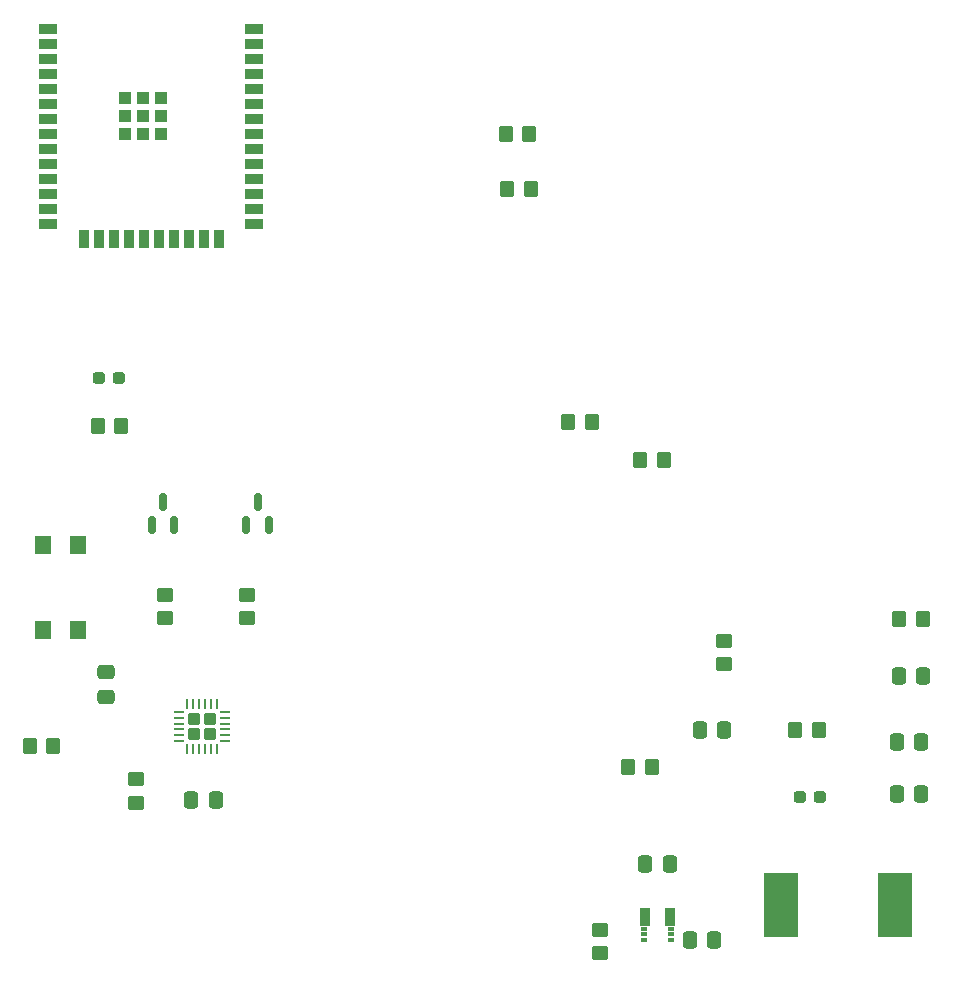
<source format=gbr>
%TF.GenerationSoftware,KiCad,Pcbnew,(6.0.10)*%
%TF.CreationDate,2023-04-05T21:14:25-05:00*%
%TF.ProjectId,445,3434352e-6b69-4636-9164-5f7063625858,rev?*%
%TF.SameCoordinates,Original*%
%TF.FileFunction,Paste,Top*%
%TF.FilePolarity,Positive*%
%FSLAX46Y46*%
G04 Gerber Fmt 4.6, Leading zero omitted, Abs format (unit mm)*
G04 Created by KiCad (PCBNEW (6.0.10)) date 2023-04-05 21:14:25*
%MOMM*%
%LPD*%
G01*
G04 APERTURE LIST*
G04 Aperture macros list*
%AMRoundRect*
0 Rectangle with rounded corners*
0 $1 Rounding radius*
0 $2 $3 $4 $5 $6 $7 $8 $9 X,Y pos of 4 corners*
0 Add a 4 corners polygon primitive as box body*
4,1,4,$2,$3,$4,$5,$6,$7,$8,$9,$2,$3,0*
0 Add four circle primitives for the rounded corners*
1,1,$1+$1,$2,$3*
1,1,$1+$1,$4,$5*
1,1,$1+$1,$6,$7*
1,1,$1+$1,$8,$9*
0 Add four rect primitives between the rounded corners*
20,1,$1+$1,$2,$3,$4,$5,0*
20,1,$1+$1,$4,$5,$6,$7,0*
20,1,$1+$1,$6,$7,$8,$9,0*
20,1,$1+$1,$8,$9,$2,$3,0*%
G04 Aperture macros list end*
%ADD10RoundRect,0.150000X0.150000X-0.587500X0.150000X0.587500X-0.150000X0.587500X-0.150000X-0.587500X0*%
%ADD11RoundRect,0.250000X0.350000X0.450000X-0.350000X0.450000X-0.350000X-0.450000X0.350000X-0.450000X0*%
%ADD12R,0.812800X1.498600*%
%ADD13R,0.609600X0.304800*%
%ADD14RoundRect,0.250000X0.337500X0.475000X-0.337500X0.475000X-0.337500X-0.475000X0.337500X-0.475000X0*%
%ADD15R,1.500000X0.900000*%
%ADD16R,0.900000X1.500000*%
%ADD17R,1.050000X1.050000*%
%ADD18RoundRect,0.250000X-0.337500X-0.475000X0.337500X-0.475000X0.337500X0.475000X-0.337500X0.475000X0*%
%ADD19RoundRect,0.250000X0.275000X-0.275000X0.275000X0.275000X-0.275000X0.275000X-0.275000X-0.275000X0*%
%ADD20RoundRect,0.062500X0.062500X-0.350000X0.062500X0.350000X-0.062500X0.350000X-0.062500X-0.350000X0*%
%ADD21RoundRect,0.062500X0.350000X-0.062500X0.350000X0.062500X-0.350000X0.062500X-0.350000X-0.062500X0*%
%ADD22R,1.400000X1.600000*%
%ADD23RoundRect,0.250000X-0.350000X-0.450000X0.350000X-0.450000X0.350000X0.450000X-0.350000X0.450000X0*%
%ADD24RoundRect,0.250000X-0.450000X0.350000X-0.450000X-0.350000X0.450000X-0.350000X0.450000X0.350000X0*%
%ADD25RoundRect,0.237500X-0.287500X-0.237500X0.287500X-0.237500X0.287500X0.237500X-0.287500X0.237500X0*%
%ADD26RoundRect,0.250000X0.450000X-0.350000X0.450000X0.350000X-0.450000X0.350000X-0.450000X-0.350000X0*%
%ADD27RoundRect,0.250000X0.475000X-0.337500X0.475000X0.337500X-0.475000X0.337500X-0.475000X-0.337500X0*%
%ADD28R,2.900000X5.400000*%
G04 APERTURE END LIST*
D10*
%TO.C,Q3*%
X151882000Y-106941500D03*
X153782000Y-106941500D03*
X152832000Y-105066500D03*
%TD*%
D11*
%TO.C,R27*%
X175970000Y-78510000D03*
X173970000Y-78510000D03*
%TD*%
D12*
%TO.C,U3*%
X185667650Y-140130213D03*
D13*
X185566050Y-141174788D03*
X185566050Y-141625638D03*
X185566050Y-142076488D03*
X187813950Y-142076488D03*
X187813950Y-141625638D03*
X187813950Y-141174788D03*
D12*
X187712350Y-140130213D03*
%TD*%
D14*
%TO.C,C10*%
X209022500Y-129782500D03*
X206947500Y-129782500D03*
%TD*%
D15*
%TO.C,U5*%
X135060000Y-64970000D03*
X135060000Y-66240000D03*
X135060000Y-67510000D03*
X135060000Y-68780000D03*
X135060000Y-70050000D03*
X135060000Y-71320000D03*
X135060000Y-72590000D03*
X135060000Y-73860000D03*
X135060000Y-75130000D03*
X135060000Y-76400000D03*
X135060000Y-77670000D03*
X135060000Y-78940000D03*
X135060000Y-80210000D03*
X135060000Y-81480000D03*
D16*
X138100000Y-82730000D03*
X139370000Y-82730000D03*
X140640000Y-82730000D03*
X141910000Y-82730000D03*
X143180000Y-82730000D03*
X144450000Y-82730000D03*
X145720000Y-82730000D03*
X146990000Y-82730000D03*
X148260000Y-82730000D03*
X149530000Y-82730000D03*
D15*
X152560000Y-81480000D03*
X152560000Y-80210000D03*
X152560000Y-78940000D03*
X152560000Y-77670000D03*
X152560000Y-76400000D03*
X152560000Y-75130000D03*
X152560000Y-73860000D03*
X152560000Y-72590000D03*
X152560000Y-71320000D03*
X152560000Y-70050000D03*
X152560000Y-68780000D03*
X152560000Y-67510000D03*
X152560000Y-66240000D03*
X152560000Y-64970000D03*
D17*
X144655000Y-72310000D03*
X144655000Y-70785000D03*
X141605000Y-70785000D03*
X141605000Y-73835000D03*
X143130000Y-70785000D03*
X141605000Y-72310000D03*
X144655000Y-73835000D03*
X143130000Y-73835000D03*
X143130000Y-72310000D03*
%TD*%
D18*
%TO.C,C7*%
X185652500Y-135686800D03*
X187727500Y-135686800D03*
%TD*%
D11*
%TO.C,R2*%
X181130000Y-98240000D03*
X179130000Y-98240000D03*
%TD*%
D19*
%TO.C,U4*%
X147483000Y-123388000D03*
X148783000Y-123388000D03*
X147483000Y-124688000D03*
X148783000Y-124688000D03*
D20*
X146883000Y-125975500D03*
X147383000Y-125975500D03*
X147883000Y-125975500D03*
X148383000Y-125975500D03*
X148883000Y-125975500D03*
X149383000Y-125975500D03*
D21*
X150070500Y-125288000D03*
X150070500Y-124788000D03*
X150070500Y-124288000D03*
X150070500Y-123788000D03*
X150070500Y-123288000D03*
X150070500Y-122788000D03*
D20*
X149383000Y-122100500D03*
X148883000Y-122100500D03*
X148383000Y-122100500D03*
X147883000Y-122100500D03*
X147383000Y-122100500D03*
X146883000Y-122100500D03*
D21*
X146195500Y-122788000D03*
X146195500Y-123288000D03*
X146195500Y-123788000D03*
X146195500Y-124288000D03*
X146195500Y-124788000D03*
X146195500Y-125288000D03*
%TD*%
D22*
%TO.C,S5*%
X137635000Y-115899500D03*
X137635000Y-108699500D03*
X134635000Y-115899500D03*
X134635000Y-108699500D03*
%TD*%
D23*
%TO.C,R21*%
X207165000Y-114902500D03*
X209165000Y-114902500D03*
%TD*%
D14*
%TO.C,C9*%
X209005000Y-125342500D03*
X206930000Y-125342500D03*
%TD*%
D24*
%TO.C,R29*%
X142545000Y-128499000D03*
X142545000Y-130499000D03*
%TD*%
D25*
%TO.C,D6*%
X198737500Y-129962500D03*
X200487500Y-129962500D03*
%TD*%
D10*
%TO.C,Q2*%
X143881000Y-106941500D03*
X145781000Y-106941500D03*
X144831000Y-105066500D03*
%TD*%
D26*
%TO.C,R22*%
X181792500Y-143252500D03*
X181792500Y-141252500D03*
%TD*%
D18*
%TO.C,C1*%
X189411700Y-142087600D03*
X191486700Y-142087600D03*
%TD*%
D23*
%TO.C,R1*%
X185220000Y-101510000D03*
X187220000Y-101510000D03*
%TD*%
D26*
%TO.C,R25*%
X151943000Y-114878000D03*
X151943000Y-112878000D03*
%TD*%
D11*
%TO.C,R26*%
X175842500Y-73900000D03*
X173842500Y-73900000D03*
%TD*%
D23*
%TO.C,R20*%
X184192500Y-127472500D03*
X186192500Y-127472500D03*
%TD*%
%TO.C,R30*%
X139280000Y-98620000D03*
X141280000Y-98620000D03*
%TD*%
D14*
%TO.C,C11*%
X149297500Y-130261000D03*
X147222500Y-130261000D03*
%TD*%
D27*
%TO.C,C12*%
X140005000Y-121519500D03*
X140005000Y-119444500D03*
%TD*%
D23*
%TO.C,R28*%
X133544000Y-125689000D03*
X135544000Y-125689000D03*
%TD*%
D28*
%TO.C,L1*%
X197112500Y-139112500D03*
X206812500Y-139112500D03*
%TD*%
D18*
%TO.C,C6*%
X190285000Y-124352500D03*
X192360000Y-124352500D03*
%TD*%
D26*
%TO.C,R24*%
X144958000Y-114878000D03*
X144958000Y-112878000D03*
%TD*%
%TO.C,R19*%
X192342500Y-118762500D03*
X192342500Y-116762500D03*
%TD*%
D14*
%TO.C,C8*%
X209202500Y-119752500D03*
X207127500Y-119752500D03*
%TD*%
D25*
%TO.C,D7*%
X139375000Y-94540000D03*
X141125000Y-94540000D03*
%TD*%
D23*
%TO.C,R23*%
X198372500Y-124312500D03*
X200372500Y-124312500D03*
%TD*%
M02*

</source>
